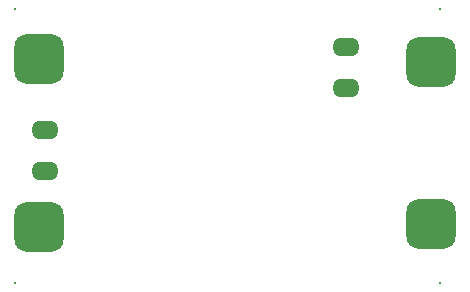
<source format=gbs>
G04*
G04 #@! TF.GenerationSoftware,Altium Limited,Altium Designer,20.2.5 (213)*
G04*
G04 Layer_Color=16711935*
%FSLAX25Y25*%
%MOIN*%
G70*
G04*
G04 #@! TF.SameCoordinates,D13279C3-A8A1-413E-BFD4-EE2126F61682*
G04*
G04*
G04 #@! TF.FilePolarity,Negative*
G04*
G01*
G75*
%ADD24O,0.09068X0.06312*%
G04:AMPARAMS|DCode=25|XSize=8mil|YSize=8mil|CornerRadius=0mil|HoleSize=0mil|Usage=FLASHONLY|Rotation=0.000|XOffset=0mil|YOffset=0mil|HoleType=Round|Shape=RoundedRectangle|*
%AMROUNDEDRECTD25*
21,1,0.00800,0.00800,0,0,0.0*
21,1,0.00800,0.00800,0,0,0.0*
1,1,0.00000,0.00400,-0.00400*
1,1,0.00000,-0.00400,-0.00400*
1,1,0.00000,-0.00400,0.00400*
1,1,0.00000,0.00400,0.00400*
%
%ADD25ROUNDEDRECTD25*%
G04:AMPARAMS|DCode=26|XSize=165.48mil|YSize=165.48mil|CornerRadius=43.37mil|HoleSize=0mil|Usage=FLASHONLY|Rotation=0.000|XOffset=0mil|YOffset=0mil|HoleType=Round|Shape=RoundedRectangle|*
%AMROUNDEDRECTD26*
21,1,0.16548,0.07874,0,0,0.0*
21,1,0.07874,0.16548,0,0,0.0*
1,1,0.08674,0.03937,-0.03937*
1,1,0.08674,-0.03937,-0.03937*
1,1,0.08674,-0.03937,0.03937*
1,1,0.08674,0.03937,0.03937*
%
%ADD26ROUNDEDRECTD26*%
D24*
X352362Y292323D02*
D03*
Y306102D02*
D03*
X452756Y319882D02*
D03*
Y333661D02*
D03*
D25*
X484252Y254921D02*
D03*
Y346457D02*
D03*
X342520Y254921D02*
D03*
Y346457D02*
D03*
D26*
X481299Y328740D02*
D03*
X350394Y329724D02*
D03*
X481299Y274606D02*
D03*
X350394Y273622D02*
D03*
M02*

</source>
